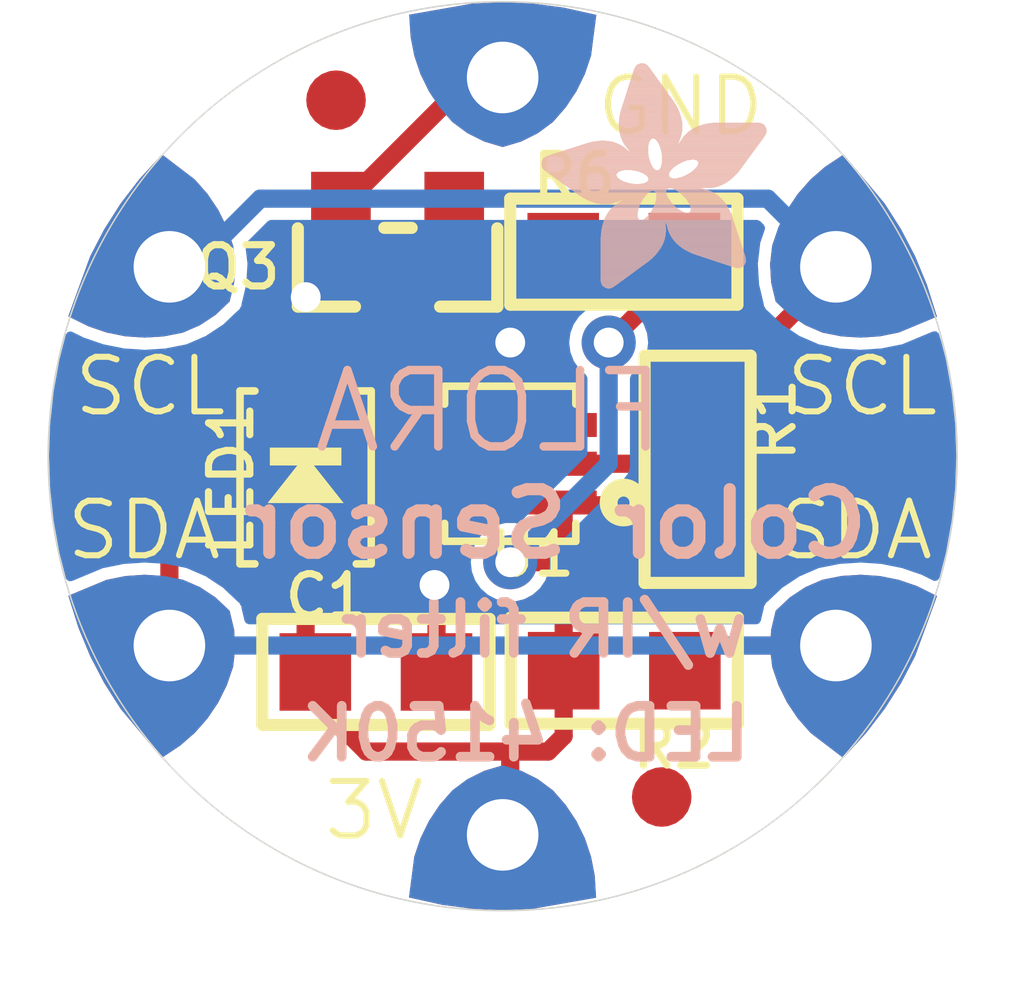
<source format=kicad_pcb>
(kicad_pcb (version 20221018) (generator pcbnew)
  (layers (0 "F.Cu" signal) (31 "B.Cu" signal) (34 "B.Paste" user) (35 "F.Paste" user) (36 "B.SilkS" user "B.Silkscreen") (37 "F.SilkS" user "F.Silkscreen") (38 "B.Mask" user) (39 "F.Mask" user) (44 "Edge.Cuts" user))
  (net 0 "")
  (net 1 "GND")
  (net 2 "SDA_3V")
  (net 3 "SCL_3V")
  (net 4 "N$1")
  (net 5 "+3V3")
  (net 6 "INT")
  (footprint "working:SOT23-WIDE" (layer "F.Cu") (at 146.7391 101.8356 180)
    (fp_text reference "Q3" (at 1.905 0) (layer "F.SilkS") (effects (font (size 0.692831 0.692831) (thickness 0.119969)) (justify right)))
    (fp_text value "BSS138")
    (pad "1" smd rect (at -0.95 1 180) (size 1 1.2) (layers "F.Cu" "F.Paste" "F.Mask") (net 6 "INT"))
    (pad "2" smd rect (at 0.95 1 180) (size 1 1.2) (layers "F.Cu" "F.Paste" "F.Mask") (net 1 "GND"))
    (pad "3" smd rect (at 0 -1 180) (size 1 1.2) (layers "F.Cu" "F.Paste" "F.Mask") (net 4 "N$1"))
  )
  (footprint "working:SEWINGTAP_0.5" (layer "F.Cu") (at 142.9131 108.1786 120)
    (fp_text reference "TP3" hide)
    (fp_text value "SEWTAP0.5IN" hide)
    (fp_poly (pts (xy 0.510656 -1.238743) (xy 1.017424 -1.172026) (xy 1.570433 -1.049427) (xy 1.481621 -0.363766) (xy 1.377917 -0.056151) (xy 1.23587 0.233416) (xy 1.057243 0.501965) (xy 0.843327 0.746924) (xy 0.591455 0.933744) (xy 0.312122 1.07341) (xy 0 1.16625) (xy -0.312122 1.07341) (xy -0.591455 0.933744) (xy -0.843327 0.746924) (xy -1.057243 0.501967) (xy -1.235871 0.233417) (xy -1.377917 -0.056152) (xy -1.480952 -0.361783) (xy -1.543214 -0.678249) (xy -1.566969 -1.052671) (xy -0.512044 -1.238682) (xy 0 -1.261038)) (fill solid) (layer "F.Cu"))
    (fp_poly (pts (xy 0.510656 -1.238743) (xy 1.017424 -1.172026) (xy 1.570433 -1.049427) (xy 1.481621 -0.363766) (xy 1.377917 -0.056151) (xy 1.23587 0.233416) (xy 1.057243 0.501965) (xy 0.843327 0.746924) (xy 0.591455 0.933744) (xy 0.312122 1.07341) (xy 0 1.16625) (xy -0.312122 1.07341) (xy -0.591455 0.933744) (xy -0.843327 0.746924) (xy -1.057243 0.501967) (xy -1.235871 0.233417) (xy -1.377917 -0.056152) (xy -1.480952 -0.361783) (xy -1.543214 -0.678249) (xy -1.566969 -1.052671) (xy -0.512044 -1.238682) (xy 0 -1.261038)) (fill solid) (layer "B.Cu"))
    (pad "TAP" thru_hole circle (at 0 0 120) (size 2.1844 2.1844) (drill 1.2) (layers "*.Cu" "*.Mask") (net 2 "SDA_3V"))
  )
  (footprint "working:SEWINGTAP_0.5" (layer "F.Cu") (at 148.5011 111.3536 180)
    (fp_text reference "TP1" hide)
    (fp_text value "SEWTAP0.5IN" hide)
    (fp_poly (pts (xy 0.510656 -1.238743) (xy 1.017424 -1.172026) (xy 1.570433 -1.049427) (xy 1.481621 -0.363766) (xy 1.377917 -0.056151) (xy 1.23587 0.233416) (xy 1.057243 0.501965) (xy 0.843327 0.746924) (xy 0.591455 0.933744) (xy 0.312122 1.07341) (xy 0 1.16625) (xy -0.312122 1.07341) (xy -0.591455 0.933744) (xy -0.843327 0.746924) (xy -1.057243 0.501967) (xy -1.235871 0.233417) (xy -1.377917 -0.056152) (xy -1.480952 -0.361783) (xy -1.543214 -0.678249) (xy -1.566969 -1.052671) (xy -0.512044 -1.238682) (xy 0 -1.261038)) (fill solid) (layer "F.Cu"))
    (fp_poly (pts (xy 0.510656 -1.238743) (xy 1.017424 -1.172026) (xy 1.570433 -1.049427) (xy 1.481621 -0.363766) (xy 1.377917 -0.056151) (xy 1.23587 0.233416) (xy 1.057243 0.501965) (xy 0.843327 0.746924) (xy 0.591455 0.933744) (xy 0.312122 1.07341) (xy 0 1.16625) (xy -0.312122 1.07341) (xy -0.591455 0.933744) (xy -0.843327 0.746924) (xy -1.057243 0.501967) (xy -1.235871 0.233417) (xy -1.377917 -0.056152) (xy -1.480952 -0.361783) (xy -1.543214 -0.678249) (xy -1.566969 -1.052671) (xy -0.512044 -1.238682) (xy 0 -1.261038)) (fill solid) (layer "B.Cu"))
    (pad "TAP" thru_hole circle (at 0 0 180) (size 2.1844 2.1844) (drill 1.2) (layers "*.Cu" "*.Mask") (net 5 "+3V3"))
  )
  (footprint "working:SEWINGTAP_0.5" (layer "F.Cu") (at 148.5011 98.6536)
    (fp_text reference "TP2" hide)
    (fp_text value "SEWTAP0.5IN" hide)
    (fp_poly (pts (xy 0.510656 -1.238743) (xy 1.017424 -1.172026) (xy 1.570433 -1.049427) (xy 1.481621 -0.363766) (xy 1.377917 -0.056151) (xy 1.23587 0.233416) (xy 1.057243 0.501965) (xy 0.843327 0.746924) (xy 0.591455 0.933744) (xy 0.312122 1.07341) (xy 0 1.16625) (xy -0.312122 1.07341) (xy -0.591455 0.933744) (xy -0.843327 0.746924) (xy -1.057243 0.501967) (xy -1.235871 0.233417) (xy -1.377917 -0.056152) (xy -1.480952 -0.361783) (xy -1.543214 -0.678249) (xy -1.566969 -1.052671) (xy -0.512044 -1.238682) (xy 0 -1.261038)) (fill solid) (layer "F.Cu"))
    (fp_poly (pts (xy 0.510656 -1.238743) (xy 1.017424 -1.172026) (xy 1.570433 -1.049427) (xy 1.481621 -0.363766) (xy 1.377917 -0.056151) (xy 1.23587 0.233416) (xy 1.057243 0.501965) (xy 0.843327 0.746924) (xy 0.591455 0.933744) (xy 0.312122 1.07341) (xy 0 1.16625) (xy -0.312122 1.07341) (xy -0.591455 0.933744) (xy -0.843327 0.746924) (xy -1.057243 0.501967) (xy -1.235871 0.233417) (xy -1.377917 -0.056152) (xy -1.480952 -0.361783) (xy -1.543214 -0.678249) (xy -1.566969 -1.052671) (xy -0.512044 -1.238682) (xy 0 -1.261038)) (fill solid) (layer "B.Cu"))
    (pad "TAP" thru_hole circle (at 0 0) (size 2.1844 2.1844) (drill 1.2) (layers "*.Cu" "*.Mask") (net 1 "GND"))
  )
  (footprint "working:TCS3472_FN6" (layer "F.Cu") (at 148.6281 105.1306 180)
    (fp_text reference "U1" (at -1.143 -1.52) (layer "F.SilkS") (effects (font (size 0.692831 0.692831) (thickness 0.119969)) (justify right)))
    (fp_text value "TCS34725")
    (fp_poly (pts (xy -0.349118 -0.174733) (xy -0.275267 -0.100882) (xy -0.248236 0) (xy -0.275267 0.100882) (xy -0.349118 0.174733) (xy -0.443417 0.2) (xy -1.45 0.2) (xy -1.45 -0.2) (xy -0.443417 -0.2)) (fill solid) (layer "F.Cu"))
    (fp_poly (pts (xy -0.349118 0.475267) (xy -0.275267 0.549118) (xy -0.248236 0.65) (xy -0.275267 0.750882) (xy -0.349118 0.824733) (xy -0.443417 0.85) (xy -1.45 0.85) (xy -1.45 0.45) (xy -0.443417 0.45)) (fill solid) (layer "F.Cu"))
    (fp_poly (pts (xy 1.45 -0.45) (xy 0.443417 -0.45) (xy 0.349118 -0.475267) (xy 0.275267 -0.549118) (xy 0.248236 -0.65) (xy 0.275267 -0.750882) (xy 0.349118 -0.824733) (xy 0.443417 -0.85) (xy 1.45 -0.85)) (fill solid) (layer "F.Cu"))
    (fp_poly (pts (xy 1.45 0.2) (xy 0.443417 0.2) (xy 0.349118 0.174733) (xy 0.275267 0.100882) (xy 0.248236 0) (xy 0.275267 -0.100882) (xy 0.349118 -0.174733) (xy 0.443417 -0.2) (xy 1.45 -0.2)) (fill solid) (layer "F.Cu"))
    (fp_poly (pts (xy 1.45 0.85) (xy 0.443417 0.85) (xy 0.349118 0.824733) (xy 0.275267 0.750882) (xy 0.248236 0.65) (xy 0.275267 0.549118) (xy 0.349118 0.475267) (xy 0.443417 0.45) (xy 1.45 0.45)) (fill solid) (layer "F.Cu"))
    (pad "P$1" smd rect (at -0.85 -0.65 180) (size 1.2 0.4) (layers "F.Cu" "F.Paste" "F.Mask") (net 5 "+3V3"))
    (pad "P$2" smd rect (at -0.95 0 180) (size 1 0.4) (layers "F.Cu" "F.Paste" "F.Mask") (net 3 "SCL_3V"))
    (pad "P$3" smd rect (at -0.95 0.65 180) (size 1 0.4) (layers "F.Cu" "F.Paste" "F.Mask") (net 1 "GND"))
    (pad "P$4" smd rect (at 0.95 0.65 180) (size 1 0.4) (layers "F.Cu" "F.Paste" "F.Mask"))
    (pad "P$5" smd rect (at 0.95 0 180) (size 1 0.4) (layers "F.Cu" "F.Paste" "F.Mask") (net 6 "INT"))
    (pad "P$6" smd rect (at 0.95 -0.65 180) (size 1 0.4) (layers "F.Cu" "F.Paste" "F.Mask") (net 2 "SDA_3V"))
  )
  (footprint "working:_0805" (layer "F.Cu") (at 151.7701 105.2236 -90)
    (fp_text reference "R1" (at -1.5875 -1.27 90) (layer "F.SilkS") (effects (font (size 0.692831 0.692831) (thickness 0.119969)) (justify right)))
    (fp_text value "10K")
    (pad "1" smd rect (at -1.016 0 270) (size 1.2 1.3) (layers "F.Cu" "F.Paste" "F.Mask") (net 3 "SCL_3V"))
    (pad "2" smd rect (at 1.016 0 270) (size 1.2 1.3) (layers "F.Cu" "F.Paste" "F.Mask") (net 5 "+3V3"))
  )
  (footprint "working:SEWINGTAP_0.5" (layer "F.Cu") (at 154.0891 108.1786 -120)
    (fp_text reference "TP4" hide)
    (fp_text value "SEWTAP0.5IN" hide)
    (fp_poly (pts (xy 0.510656 -1.238743) (xy 1.017424 -1.172026) (xy 1.570433 -1.049427) (xy 1.481621 -0.363766) (xy 1.377917 -0.056151) (xy 1.23587 0.233416) (xy 1.057243 0.501965) (xy 0.843327 0.746924) (xy 0.591455 0.933744) (xy 0.312122 1.07341) (xy 0 1.16625) (xy -0.312122 1.07341) (xy -0.591455 0.933744) (xy -0.843327 0.746924) (xy -1.057243 0.501967) (xy -1.235871 0.233417) (xy -1.377917 -0.056152) (xy -1.480952 -0.361783) (xy -1.543214 -0.678249) (xy -1.566969 -1.052671) (xy -0.512044 -1.238682) (xy 0 -1.261038)) (fill solid) (layer "F.Cu"))
    (fp_poly (pts (xy 0.510656 -1.238743) (xy 1.017424 -1.172026) (xy 1.570433 -1.049427) (xy 1.481621 -0.363766) (xy 1.377917 -0.056151) (xy 1.23587 0.233416) (xy 1.057243 0.501965) (xy 0.843327 0.746924) (xy 0.591455 0.933744) (xy 0.312122 1.07341) (xy 0 1.16625) (xy -0.312122 1.07341) (xy -0.591455 0.933744) (xy -0.843327 0.746924) (xy -1.057243 0.501967) (xy -1.235871 0.233417) (xy -1.377917 -0.056152) (xy -1.480952 -0.361783) (xy -1.543214 -0.678249) (xy -1.566969 -1.052671) (xy -0.512044 -1.238682) (xy 0 -1.261038)) (fill solid) (layer "B.Cu"))
    (pad "TAP" thru_hole circle (at 0 0 240) (size 2.1844 2.1844) (drill 1.2) (layers "*.Cu" "*.Mask") (net 2 "SDA_3V"))
  )
  (footprint "working:_0805" (layer "F.Cu") (at 150.5331 101.5746)
    (fp_text reference "R6" (at -1.5875 -1.27) (layer "F.SilkS") (effects (font (size 0.692831 0.692831) (thickness 0.119969)) (justify left)))
    (fp_text value "10K")
    (pad "1" smd rect (at -1.016 0) (size 1.2 1.3) (layers "F.Cu" "F.Paste" "F.Mask") (net 6 "INT"))
    (pad "2" smd rect (at 1.016 0) (size 1.2 1.3) (layers "F.Cu" "F.Paste" "F.Mask") (net 5 "+3V3"))
  )
  (footprint "working:FIDUCIAL_1MM" (layer "F.Cu") (at 145.7071 99.0346)
    (fp_text reference "FID1" hide)
    (fp_text value "FIDUCIAL\"\"" hide)
    (pad "1" smd roundrect (at 0 0) (size 1 1) (layers "F.Cu" "F.Mask") (roundrect_rratio 0.5))
  )
  (footprint "working:_0805" (layer "F.Cu") (at 150.5401 108.6006 180)
    (fp_text reference "R2" (at -1.5875 -1.27) (layer "F.SilkS") (effects (font (size 0.692831 0.692831) (thickness 0.119969)) (justify right)))
    (fp_text value "10K")
    (pad "1" smd rect (at -1.016 0 180) (size 1.2 1.3) (layers "F.Cu" "F.Paste" "F.Mask") (net 2 "SDA_3V"))
    (pad "2" smd rect (at 1.016 0 180) (size 1.2 1.3) (layers "F.Cu" "F.Paste" "F.Mask") (net 5 "+3V3"))
  )
  (footprint "working:EVERLIGHT_45-21" (layer "F.Cu") (at 145.1971 105.3596 90)
    (fp_text reference "LED1" (at -1.375 -1.25 90) (layer "F.SilkS") (effects (font (size 0.692831 0.692831) (thickness 0.119969)) (justify left)))
    (fp_text value "45-21/LK2C-B38452C4CB2/2T")
    (pad "A" smd rect (at -1.45 0 90) (size 1.4 1.4) (layers "F.Cu" "F.Paste" "F.Mask") (net 5 "+3V3"))
    (pad "K" smd rect (at 1.45 0 90) (size 1.4 1.4) (layers "F.Cu" "F.Paste" "F.Mask") (net 4 "N$1"))
  )
  (footprint "working:SEWINGTAP_0.5" (layer "F.Cu") (at 142.9131 101.8286 60)
    (fp_text reference "TP5" hide)
    (fp_text value "SEWTAP0.5IN" hide)
    (fp_poly (pts (xy 0.510656 -1.238743) (xy 1.017424 -1.172026) (xy 1.570433 -1.049427) (xy 1.481621 -0.363766) (xy 1.377917 -0.056151) (xy 1.23587 0.233416) (xy 1.057243 0.501965) (xy 0.843327 0.746924) (xy 0.591455 0.933744) (xy 0.312122 1.07341) (xy 0 1.16625) (xy -0.312122 1.07341) (xy -0.591455 0.933744) (xy -0.843327 0.746924) (xy -1.057243 0.501967) (xy -1.235871 0.233417) (xy -1.377917 -0.056152) (xy -1.480952 -0.361783) (xy -1.543214 -0.678249) (xy -1.566969 -1.052671) (xy -0.512044 -1.238682) (xy 0 -1.261038)) (fill solid) (layer "F.Cu"))
    (fp_poly (pts (xy 0.510656 -1.238743) (xy 1.017424 -1.172026) (xy 1.570433 -1.049427) (xy 1.481621 -0.363766) (xy 1.377917 -0.056151) (xy 1.23587 0.233416) (xy 1.057243 0.501965) (xy 0.843327 0.746924) (xy 0.591455 0.933744) (xy 0.312122 1.07341) (xy 0 1.16625) (xy -0.312122 1.07341) (xy -0.591455 0.933744) (xy -0.843327 0.746924) (xy -1.057243 0.501967) (xy -1.235871 0.233417) (xy -1.377917 -0.056152) (xy -1.480952 -0.361783) (xy -1.543214 -0.678249) (xy -1.566969 -1.052671) (xy -0.512044 -1.238682) (xy 0 -1.261038)) (fill solid) (layer "B.Cu"))
    (pad "TAP" thru_hole circle (at 0 0 60) (size 2.1844 2.1844) (drill 1.2) (layers "*.Cu" "*.Mask") (net 3 "SCL_3V"))
  )
  (footprint "working:SEWINGTAP_0.5" (layer "F.Cu") (at 154.0891 101.8286 -60)
    (fp_text reference "TP6" hide)
    (fp_text value "SEWTAP0.5IN" hide)
    (fp_poly (pts (xy 0.510656 -1.238743) (xy 1.017424 -1.172026) (xy 1.570433 -1.049427) (xy 1.481621 -0.363766) (xy 1.377917 -0.056151) (xy 1.23587 0.233416) (xy 1.057243 0.501965) (xy 0.843327 0.746924) (xy 0.591455 0.933744) (xy 0.312122 1.07341) (xy 0 1.16625) (xy -0.312122 1.07341) (xy -0.591455 0.933744) (xy -0.843327 0.746924) (xy -1.057243 0.501967) (xy -1.235871 0.233417) (xy -1.377917 -0.056152) (xy -1.480952 -0.361783) (xy -1.543214 -0.678249) (xy -1.566969 -1.052671) (xy -0.512044 -1.238682) (xy 0 -1.261038)) (fill solid) (layer "F.Cu"))
    (fp_poly (pts (xy 0.510656 -1.238743) (xy 1.017424 -1.172026) (xy 1.570433 -1.049427) (xy 1.481621 -0.363766) (xy 1.377917 -0.056151) (xy 1.23587 0.233416) (xy 1.057243 0.501965) (xy 0.843327 0.746924) (xy 0.591455 0.933744) (xy 0.312122 1.07341) (xy 0 1.16625) (xy -0.312122 1.07341) (xy -0.591455 0.933744) (xy -0.843327 0.746924) (xy -1.057243 0.501967) (xy -1.235871 0.233417) (xy -1.377917 -0.056152) (xy -1.480952 -0.361783) (xy -1.543214 -0.678249) (xy -1.566969 -1.052671) (xy -0.512044 -1.238682) (xy 0 -1.261038)) (fill solid) (layer "B.Cu"))
    (pad "TAP" thru_hole circle (at 0 0 300) (size 2.1844 2.1844) (drill 1.2) (layers "*.Cu" "*.Mask") (net 3 "SCL_3V"))
  )
  (footprint "working:_0805" (layer "F.Cu") (at 146.3761 108.6216)
    (fp_text reference "C1" (at -1.5875 -1.27) (layer "F.SilkS") (effects (font (size 0.692831 0.692831) (thickness 0.119969)) (justify left)))
    (fp_text value "0.1µF")
    (pad "1" smd rect (at -1.016 0) (size 1.2 1.3) (layers "F.Cu" "F.Paste" "F.Mask") (net 5 "+3V3"))
    (pad "2" smd rect (at 1.016 0) (size 1.2 1.3) (layers "F.Cu" "F.Paste" "F.Mask") (net 1 "GND"))
  )
  (footprint "working:FIDUCIAL_1MM" (layer "F.Cu") (at 151.1681 110.7186)
    (fp_text reference "FID2" hide)
    (fp_text value "FIDUCIAL\"\"" hide)
    (pad "1" smd roundrect (at 0 0) (size 1 1) (layers "F.Cu" "F.Mask") (roundrect_rratio 0.5))
  )
  (footprint "working:ADAFRUIT_3.5MM" (layer "B.Cu") (at 152.9461 102.2096 180)
    (fp_text reference "U$8" hide)
    (fp_text value "" hide)
  )
  (gr_circle (center 148.5011 105.0036) (end 156.1211 105.0036) (stroke (width 0.0254)) (fill none) (layer "Edge.Cuts"))
  (gr_text "LED: 4150K" (at 152.7371 110.1556) (layer "B.SilkS") (effects (font (size 0.85344 0.85344) (thickness 0.16256)) (justify left bottom mirror)))
  (gr_text "Color Sensor" (at 154.7281 106.7646) (layer "B.SilkS") (effects (font (size 1.0668 1.0668) (thickness 0.2032)) (justify left bottom mirror)))
  (gr_text "FLORA" (at 151.2951 105.0036) (layer "B.SilkS") (effects (font (size 1.28016 1.28016) (thickness 0.14224)) (justify left bottom mirror)))
  (gr_text "w/IR filter" (at 152.6961 108.4156) (layer "B.SilkS") (effects (font (size 0.85344 0.85344) (thickness 0.16256)) (justify left bottom mirror)))
  (gr_text "GND" (at 150.0251 99.6696) (layer "F.SilkS") (effects (font (size 0.9144 0.9144) (thickness 0.1016)) (justify left bottom)))
  (gr_text "SCL" (at 153.2001 104.3686) (layer "F.SilkS") (effects (font (size 0.9144 0.9144) (thickness 0.1016)) (justify left bottom)))
  (gr_text "SCL" (at 141.2621 104.3686) (layer "F.SilkS") (effects (font (size 0.9144 0.9144) (thickness 0.1016)) (justify left bottom)))
  (gr_text "3V" (at 145.4531 111.4806) (layer "F.SilkS") (effects (font (size 0.9144 0.9144) (thickness 0.1016)) (justify left bottom)))
  (gr_text "SDA" (at 153.0731 106.7816) (layer "F.SilkS") (effects (font (size 0.9144 0.9144) (thickness 0.1016)) (justify left bottom)))
  (gr_text "SDA" (at 141.1351 106.7816) (layer "F.SilkS") (effects (font (size 0.9144 0.9144) (thickness 0.1016)) (justify left bottom)))
  (segment (start 149.5781 104.0486) (end 148.6281 103.0986) (width 0.3048) (layer "F.Cu") (net 1))
  (segment (start 145.7891 100.8356) (end 147.9711 98.6536) (width 0.3048) (layer "F.Cu") (net 1))
  (segment (start 147.3921 108.6216) (end 147.3921 107.1626) (width 0.3048) (layer "F.Cu") (net 1))
  (segment (start 147.3921 107.1626) (end 147.3581 107.1626) (width 0.3048) (layer "F.Cu") (net 1))
  (segment (start 147.9711 98.6536) (end 148.5011 98.6536) (width 0.3048) (layer "F.Cu") (net 1))
  (segment (start 145.7891 101.3656) (end 145.7891 101.7466) (width 0.3048) (layer "F.Cu") (net 1))
  (segment (start 149.5781 104.4806) (end 149.5781 104.0486) (width 0.3048) (layer "F.Cu") (net 1))
  (segment (start 145.7891 101.7466) (end 145.1991 102.3366) (width 0.3048) (layer "F.Cu") (net 1))
  (segment (start 145.7891 100.8356) (end 145.7891 101.2386) (width 0.3048) (layer "F.Cu") (net 1))
  (segment (start 145.7891 101.3656) (end 145.7891 101.2386) (width 0.254) (layer "F.Cu") (net 1))
  (via (at 145.1991 102.3366) (size 0.9064) (drill 0.5) (layers "F.Cu" "B.Cu") (net 1))
  (via (at 147.3581 107.1626) (size 0.9064) (drill 0.5) (layers "F.Cu" "B.Cu") (net 1))
  (via (at 148.6281 103.0986) (size 0.9064) (drill 0.5) (layers "F.Cu" "B.Cu") (net 1))
  (segment (start 147.3581 107.1626) (end 147.3581 107.1626) (width 0.3048) (layer "B.Cu") (net 1))
  (segment (start 147.3581 107.1626) (end 147.241432 107.114131) (width 0.3048) (layer "B.Cu") (net 1))
  (segment (start 148.6281 98.6536) (end 148.5011 98.6536) (width 0.3048) (layer "B.Cu") (net 1))
  (segment (start 143.4211 103.8606) (end 143.2941 103.9876) (width 0.3048) (layer "B.Cu") (net 1))
  (segment (start 147.152192 107.024705) (end 147.1041 106.7816) (width 0.3048) (layer "B.Cu") (net 1))
  (segment (start 147.241432 107.114131) (end 147.152192 107.024705) (width 0.3048) (layer "B.Cu") (net 1))
  (segment (start 151.5561 108.6006) (end 151.9781 108.1786) (width 0.3048) (layer "F.Cu") (net 2))
  (segment (start 146.5961 105.7656) (end 147.6631 105.7656) (width 0.3048) (layer "F.Cu") (net 2))
  (segment (start 144.1831 105.2576) (end 142.9131 106.5276) (width 0.3048) (layer "F.Cu") (net 2))
  (segment (start 142.9131 106.5276) (end 142.9131 108.1786) (width 0.3048) (layer "F.Cu") (net 2))
  (segment (start 151.9781 108.1786) (end 154.0891 108.1786) (width 0.3048) (layer "F.Cu") (net 2))
  (segment (start 147.6631 105.7656) (end 147.6781 105.7806) (width 0.3048) (layer "F.Cu") (net 2))
  (segment (start 144.1831 105.2576) (end 146.0881 105.2576) (width 0.3048) (layer "F.Cu") (net 2))
  (segment (start 146.0881 105.2576) (end 146.5961 105.7656) (width 0.3048) (layer "F.Cu") (net 2))
  (segment (start 142.9131 108.1786) (end 154.0891 108.1786) (width 0.3048) (layer "B.Cu") (net 2))
  (segment (start 151.7701 104.2076) (end 151.7701 104.206544) (width 0.3048) (layer "F.Cu") (net 3))
  (segment (start 149.5781 105.1306) (end 150.8471 105.1306) (width 0.3048) (layer "F.Cu") (net 3))
  (segment (start 154.0891 101.8886) (end 154.0891 101.8286) (width 0.3048) (layer "F.Cu") (net 3))
  (segment (start 151.7701 104.2076) (end 154.0891 101.8886) (width 0.3048) (layer "F.Cu") (net 3))
  (segment (start 150.8471 105.1306) (end 151.7701 104.2076) (width 0.3048) (layer "F.Cu") (net 3))
  (segment (start 142.9131 101.8286) (end 143.2941 101.8286) (width 0.3048) (layer "B.Cu") (net 3))
  (segment (start 144.4371 100.6856) (end 152.9461 100.6856) (width 0.3048) (layer "B.Cu") (net 3))
  (segment (start 152.9461 100.6856) (end 154.0891 101.8286) (width 0.3048) (layer "B.Cu") (net 3))
  (segment (start 143.2941 101.8286) (end 144.4371 100.6856) (width 0.3048) (layer "B.Cu") (net 3))
  (segment (start 146.2711 102.8356) (end 146.7391 102.8356) (width 0.3048) (layer "F.Cu") (net 4))
  (segment (start 145.1971 103.9096) (end 146.2711 102.8356) (width 0.3048) (layer "F.Cu") (net 4))
  (segment (start 149.5241 108.6006) (end 149.5241 109.6956) (width 0.3048) (layer "F.Cu") (net 5))
  (segment (start 148.6281 109.9566) (end 146.2151 109.9566) (width 0.3048) (layer "F.Cu") (net 5))
  (segment (start 148.6281 111.3536) (end 148.5011 111.3536) (width 0.3048) (layer "F.Cu") (net 5))
  (segment (start 151.5491 101.5746) (end 151.5491 101.8286) (width 0.3048) (layer "F.Cu") (net 5))
  (segment (start 149.4781 105.7806) (end 149.5241 105.8266) (width 0.3048) (layer "F.Cu") (net 5))
  (segment (start 152.2181 106.2396) (end 151.7701 106.2396) (width 0.3048) (layer "F.Cu") (net 5))
  (segment (start 149.5241 105.8266) (end 151.3571 105.8266) (width 0.3048) (layer "F.Cu") (net 5))
  (segment (start 148.6281 111.3536) (end 148.6281 109.9566) (width 0.3048) (layer "F.Cu") (net 5))
  (segment (start 149.5241 106.6546) (end 149.5241 108.6006) (width 0.3048) (layer "F.Cu") (net 5))
  (segment (start 145.3601 108.6216) (end 145.3601 109.1016) (width 0.3048) (layer "F.Cu") (net 5))
  (segment (start 145.1971 108.4586) (end 145.1971 106.8096) (width 0.3048) (layer "F.Cu") (net 5))
  (segment (start 149.2631 109.9566) (end 148.6281 109.9566) (width 0.3048) (layer "F.Cu") (net 5))
  (segment (start 149.5241 105.8266) (end 149.5241 106.6546) (width 0.3048) (layer "F.Cu") (net 5))
  (segment (start 151.5491 101.8286) (end 150.2791 103.0986) (width 0.3048) (layer "F.Cu") (net 5))
  (segment (start 148.6281 106.7816) (end 149.3971 106.7816) (width 0.3048) (layer "F.Cu") (net 5))
  (segment (start 145.3601 109.1016) (end 146.2151 109.9566) (width 0.3048) (layer "F.Cu") (net 5))
  (segment (start 149.3971 106.7816) (end 149.5241 106.6546) (width 0.3048) (layer "F.Cu") (net 5))
  (segment (start 151.9311 106.4006) (end 151.7701 106.2396) (width 0.3048) (layer "F.Cu") (net 5))
  (segment (start 151.3571 105.8266) (end 151.7701 106.2396) (width 0.3048) (layer "F.Cu") (net 5))
  (segment (start 145.3601 108.6216) (end 145.1971 108.4586) (width 0.3048) (layer "F.Cu") (net 5))
  (segment (start 149.5241 109.6956) (end 149.2631 109.9566) (width 0.3048) (layer "F.Cu") (net 5))
  (via (at 150.2791 103.0986) (size 0.9064) (drill 0.5) (layers "F.Cu" "B.Cu") (net 5))
  (via (at 148.6281 106.7816) (size 0.9064) (drill 0.5) (layers "F.Cu" "B.Cu") (net 5))
  (segment (start 150.2791 105.1306) (end 148.6281 106.7816) (width 0.3048) (layer "B.Cu") (net 5))
  (segment (start 150.2791 103.0986) (end 150.2791 105.1306) (width 0.3048) (layer "B.Cu") (net 5))
  (segment (start 148.3011 101.5746) (end 149.5171 101.5746) (width 0.3048) (layer "F.Cu") (net 6))
  (segment (start 146.7231 103.9876) (end 146.8501 103.8606) (width 0.254) (layer "F.Cu") (net 6))
  (segment (start 147.6891 100.8356) (end 148.3011 101.5746) (width 0.3048) (layer "F.Cu") (net 6))
  (segment (start 146.8501 103.8606) (end 147.7391 103.8606) (width 0.254) (layer "F.Cu") (net 6))
  (segment (start 146.7231 104.8766) (end 146.7231 103.9876) (width 0.254) (layer "F.Cu") (net 6))
  (segment (start 147.7391 103.8606) (end 147.7391 102.1366) (width 0.254) (layer "F.Cu") (net 6))
  (segment (start 146.9771 105.1306) (end 146.7231 104.8766) (width 0.254) (layer "F.Cu") (net 6))
  (segment (start 147.6781 105.1306) (end 146.9771 105.1306) (width 0.254) (layer "F.Cu") (net 6))
  (segment (start 147.7391 102.1366) (end 148.3011 101.5746) (width 0.254) (layer "F.Cu") (net 6))
  (zone (net 1) (net_name "GND") (layer "B.Cu") (priority 6) (connect_pads (clearance 0.000001)) (min_thickness 0.1524) (fill yes (thermal_gap 0.3548) (thermal_bridge_width 0.3548))
    (polygon (pts (xy 149.063395 97.391975) (xy 149.618074 97.465557) (xy 150.166091 97.578523) (xy 150.704653 97.730296) (xy 151.231014 97.920103) (xy 151.742494 98.146975) (xy 152.236486 98.409759) (xy 152.710474 98.707115) (xy 153.162039 99.037526) (xy 153.588883 99.39931) (xy 153.98883 99.790623) (xy 154.359842 100.209471) (xy 154.700029 100.653719) (xy 155.007657 101.121104) (xy 155.281157 101.609244) (xy 155.519138 102.115652) (xy 155.720385 102.637747) (xy 155.883874 103.172867) (xy 156.008772 103.718289) (xy 156.094441 104.27123) (xy 156.140445 104.828874) (xy 156.1465 105.383768) (xy 156.1465 106.257062) (xy 156.164744 106.258156) (xy 156.1465 106.409737) (xy 156.1465 106.553) (xy 156.129257 106.553) (xy 156.082665 106.940117) (xy 155.980036 107.460873) (xy 155.838779 107.972504) (xy 155.659683 108.472148) (xy 155.443749 108.957011) (xy 155.192185 109.424382) (xy 154.906397 109.871645) (xy 154.587985 110.296302) (xy 154.238729 110.695976) (xy 153.86058 111.068433) (xy 153.455657 111.411588) (xy 153.02622 111.723525) (xy 152.574675 112.002497) (xy 152.103543 112.246945) (xy 151.615462 112.455503) (xy 151.11316 112.627003) (xy 150.599446 112.760486) (xy 150.077194 112.855205) (xy 149.546482 112.910931) (xy 148.497802 112.902979) (xy 147.937556 112.882971) (xy 147.376884 112.822692) (xy 146.821941 112.722569) (xy 146.275555 112.583112) (xy 145.740509 112.405032) (xy 145.21953 112.189235) (xy 144.715274 111.936823) (xy 144.23031 111.64908) (xy 143.767108 111.327473) (xy 143.32803 110.973642) (xy 142.915312 110.589388) (xy 142.531058 110.17667) (xy 142.177227 109.737592) (xy 141.85562 109.27439) (xy 141.567877 108.789426) (xy 141.315465 108.28517) (xy 141.099668 107.764191) (xy 140.921588 107.229145) (xy 140.782131 106.682759) (xy 140.682008 106.127816) (xy 140.621729 105.567144) (xy 140.6017 105.006321) (xy 140.601701 104.768963) (xy 140.589382 104.768464) (xy 140.6017 104.61644) (xy 140.6017 104.4702) (xy 140.613549 104.4702) (xy 140.646804 104.059781) (xy 140.73331 103.508508) (xy 140.86077 102.965241) (xy 141.028473 102.433018) (xy 141.23548 101.914815) (xy 141.480633 101.413532) (xy 141.762561 100.93197) (xy 142.079689 100.472824) (xy 142.430241 100.038659) (xy 142.812259 99.631907) (xy 143.223605 99.25484) (xy 143.66198 98.909566) (xy 144.12493 98.598018) (xy 144.609869 98.321938) (xy 145.114082 98.082869) (xy 145.634751 97.882148) (xy 146.168964 97.720899) (xy 146.713734 97.600022) (xy 147.266014 97.520194) (xy 147.822716 97.48186) (xy 148.311357 97.484818) (xy 148.441842 97.354332)))
  )
)
</source>
